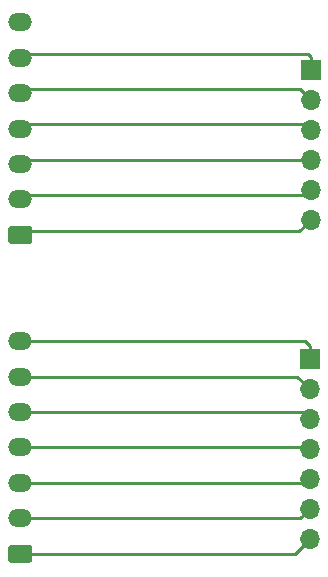
<source format=gbr>
G04 #@! TF.GenerationSoftware,KiCad,Pcbnew,(5.1.4)-1*
G04 #@! TF.CreationDate,2019-11-16T16:56:25-06:00*
G04 #@! TF.ProjectId,ScrutineeringBoard,53637275-7469-46e6-9565-72696e67426f,rev?*
G04 #@! TF.SameCoordinates,Original*
G04 #@! TF.FileFunction,Copper,L1,Top*
G04 #@! TF.FilePolarity,Positive*
%FSLAX46Y46*%
G04 Gerber Fmt 4.6, Leading zero omitted, Abs format (unit mm)*
G04 Created by KiCad (PCBNEW (5.1.4)-1) date 2019-11-16 16:56:25*
%MOMM*%
%LPD*%
G04 APERTURE LIST*
%ADD10O,1.700000X1.700000*%
%ADD11R,1.700000X1.700000*%
%ADD12O,2.020000X1.500000*%
%ADD13C,0.100000*%
%ADD14C,1.500000*%
%ADD15C,0.250000*%
G04 APERTURE END LIST*
D10*
X154500000Y-141740000D03*
X154500000Y-139200000D03*
X154500000Y-136660000D03*
X154500000Y-134120000D03*
X154500000Y-131580000D03*
X154500000Y-129040000D03*
D11*
X154500000Y-126500000D03*
D10*
X154570000Y-114700000D03*
X154570000Y-112160000D03*
X154570000Y-109620000D03*
X154570000Y-107080000D03*
X154570000Y-104540000D03*
D11*
X154570000Y-102000000D03*
D12*
X130000000Y-125000000D03*
X130000000Y-128000000D03*
X130000000Y-131000000D03*
X130000000Y-134000000D03*
X130000000Y-137000000D03*
X130000000Y-140000000D03*
D13*
G36*
X130784504Y-142251204D02*
G01*
X130808773Y-142254804D01*
X130832571Y-142260765D01*
X130855671Y-142269030D01*
X130877849Y-142279520D01*
X130898893Y-142292133D01*
X130918598Y-142306747D01*
X130936777Y-142323223D01*
X130953253Y-142341402D01*
X130967867Y-142361107D01*
X130980480Y-142382151D01*
X130990970Y-142404329D01*
X130999235Y-142427429D01*
X131005196Y-142451227D01*
X131008796Y-142475496D01*
X131010000Y-142500000D01*
X131010000Y-143500000D01*
X131008796Y-143524504D01*
X131005196Y-143548773D01*
X130999235Y-143572571D01*
X130990970Y-143595671D01*
X130980480Y-143617849D01*
X130967867Y-143638893D01*
X130953253Y-143658598D01*
X130936777Y-143676777D01*
X130918598Y-143693253D01*
X130898893Y-143707867D01*
X130877849Y-143720480D01*
X130855671Y-143730970D01*
X130832571Y-143739235D01*
X130808773Y-143745196D01*
X130784504Y-143748796D01*
X130760000Y-143750000D01*
X129240000Y-143750000D01*
X129215496Y-143748796D01*
X129191227Y-143745196D01*
X129167429Y-143739235D01*
X129144329Y-143730970D01*
X129122151Y-143720480D01*
X129101107Y-143707867D01*
X129081402Y-143693253D01*
X129063223Y-143676777D01*
X129046747Y-143658598D01*
X129032133Y-143638893D01*
X129019520Y-143617849D01*
X129009030Y-143595671D01*
X129000765Y-143572571D01*
X128994804Y-143548773D01*
X128991204Y-143524504D01*
X128990000Y-143500000D01*
X128990000Y-142500000D01*
X128991204Y-142475496D01*
X128994804Y-142451227D01*
X129000765Y-142427429D01*
X129009030Y-142404329D01*
X129019520Y-142382151D01*
X129032133Y-142361107D01*
X129046747Y-142341402D01*
X129063223Y-142323223D01*
X129081402Y-142306747D01*
X129101107Y-142292133D01*
X129122151Y-142279520D01*
X129144329Y-142269030D01*
X129167429Y-142260765D01*
X129191227Y-142254804D01*
X129215496Y-142251204D01*
X129240000Y-142250000D01*
X130760000Y-142250000D01*
X130784504Y-142251204D01*
X130784504Y-142251204D01*
G37*
D14*
X130000000Y-143000000D03*
D12*
X130000000Y-98000000D03*
X130000000Y-101000000D03*
X130000000Y-104000000D03*
X130000000Y-107000000D03*
X130000000Y-110000000D03*
X130000000Y-113000000D03*
D13*
G36*
X130784504Y-115251204D02*
G01*
X130808773Y-115254804D01*
X130832571Y-115260765D01*
X130855671Y-115269030D01*
X130877849Y-115279520D01*
X130898893Y-115292133D01*
X130918598Y-115306747D01*
X130936777Y-115323223D01*
X130953253Y-115341402D01*
X130967867Y-115361107D01*
X130980480Y-115382151D01*
X130990970Y-115404329D01*
X130999235Y-115427429D01*
X131005196Y-115451227D01*
X131008796Y-115475496D01*
X131010000Y-115500000D01*
X131010000Y-116500000D01*
X131008796Y-116524504D01*
X131005196Y-116548773D01*
X130999235Y-116572571D01*
X130990970Y-116595671D01*
X130980480Y-116617849D01*
X130967867Y-116638893D01*
X130953253Y-116658598D01*
X130936777Y-116676777D01*
X130918598Y-116693253D01*
X130898893Y-116707867D01*
X130877849Y-116720480D01*
X130855671Y-116730970D01*
X130832571Y-116739235D01*
X130808773Y-116745196D01*
X130784504Y-116748796D01*
X130760000Y-116750000D01*
X129240000Y-116750000D01*
X129215496Y-116748796D01*
X129191227Y-116745196D01*
X129167429Y-116739235D01*
X129144329Y-116730970D01*
X129122151Y-116720480D01*
X129101107Y-116707867D01*
X129081402Y-116693253D01*
X129063223Y-116676777D01*
X129046747Y-116658598D01*
X129032133Y-116638893D01*
X129019520Y-116617849D01*
X129009030Y-116595671D01*
X129000765Y-116572571D01*
X128994804Y-116548773D01*
X128991204Y-116524504D01*
X128990000Y-116500000D01*
X128990000Y-115500000D01*
X128991204Y-115475496D01*
X128994804Y-115451227D01*
X129000765Y-115427429D01*
X129009030Y-115404329D01*
X129019520Y-115382151D01*
X129032133Y-115361107D01*
X129046747Y-115341402D01*
X129063223Y-115323223D01*
X129081402Y-115306747D01*
X129101107Y-115292133D01*
X129122151Y-115279520D01*
X129144329Y-115269030D01*
X129167429Y-115260765D01*
X129191227Y-115254804D01*
X129215496Y-115251204D01*
X129240000Y-115250000D01*
X130760000Y-115250000D01*
X130784504Y-115251204D01*
X130784504Y-115251204D01*
G37*
D14*
X130000000Y-116000000D03*
D15*
X154570000Y-100900000D02*
X154570000Y-102000000D01*
X154320000Y-100650000D02*
X154570000Y-100900000D01*
X130320000Y-100650000D02*
X154320000Y-100650000D01*
X153680000Y-103650000D02*
X154570000Y-104540000D01*
X130320000Y-103650000D02*
X153680000Y-103650000D01*
X154140000Y-106650000D02*
X154570000Y-107080000D01*
X130320000Y-106650000D02*
X154140000Y-106650000D01*
X154540000Y-109650000D02*
X154570000Y-109620000D01*
X130320000Y-109650000D02*
X154540000Y-109650000D01*
X154080000Y-112650000D02*
X154570000Y-112160000D01*
X130320000Y-112650000D02*
X154080000Y-112650000D01*
X153620000Y-115650000D02*
X154570000Y-114700000D01*
X130320000Y-115650000D02*
X153620000Y-115650000D01*
X154500000Y-125400000D02*
X154500000Y-126500000D01*
X154100000Y-125000000D02*
X154500000Y-125400000D01*
X130000000Y-125000000D02*
X154100000Y-125000000D01*
X153460000Y-128000000D02*
X154500000Y-129040000D01*
X130000000Y-128000000D02*
X153460000Y-128000000D01*
X153920000Y-131000000D02*
X154500000Y-131580000D01*
X130000000Y-131000000D02*
X153920000Y-131000000D01*
X154380000Y-134000000D02*
X154500000Y-134120000D01*
X130000000Y-134000000D02*
X154380000Y-134000000D01*
X154160000Y-137000000D02*
X154500000Y-136660000D01*
X130000000Y-137000000D02*
X154160000Y-137000000D01*
X153700000Y-140000000D02*
X154500000Y-139200000D01*
X130000000Y-140000000D02*
X153700000Y-140000000D01*
X153240000Y-143000000D02*
X154500000Y-141740000D01*
X130000000Y-143000000D02*
X153240000Y-143000000D01*
M02*

</source>
